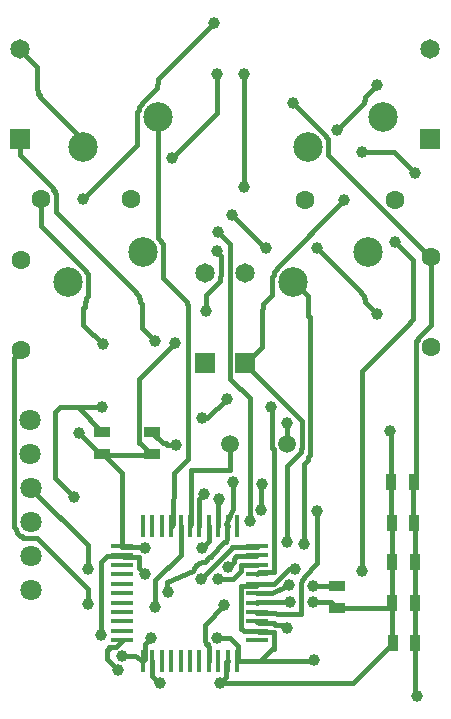
<source format=gtl>
G04 #@! TF.FileFunction,Copper,L1,Top,Signal*
%FSLAX46Y46*%
G04 Gerber Fmt 4.6, Leading zero omitted, Abs format (unit mm)*
G04 Created by KiCad (PCBNEW 4.0.2-stable) date Tuesday, August 23, 2016 'PMt' 01:57:14 PM*
%MOMM*%
G01*
G04 APERTURE LIST*
%ADD10C,0.020000*%
%ADD11R,1.397000X0.889000*%
%ADD12R,0.889000X1.397000*%
%ADD13O,0.406400X1.899920*%
%ADD14O,1.899920X0.406400*%
%ADD15C,1.600000*%
%ADD16C,1.501140*%
%ADD17C,2.499360*%
%ADD18C,1.651000*%
%ADD19R,1.651000X1.651000*%
%ADD20C,1.800000*%
%ADD21C,1.000000*%
%ADD22C,0.406400*%
G04 APERTURE END LIST*
D10*
D11*
X214096600Y-182029100D03*
X214096600Y-183934100D03*
X218338400Y-182054500D03*
X218338400Y-183959500D03*
X233984800Y-195084700D03*
X233984800Y-196989700D03*
D12*
X240499900Y-189763400D03*
X238594900Y-189763400D03*
X240525300Y-193116200D03*
X238620300Y-193116200D03*
X240550700Y-196545200D03*
X238645700Y-196545200D03*
X240576100Y-199948800D03*
X238671100Y-199948800D03*
X240449100Y-186283600D03*
X238544100Y-186283600D03*
D13*
X221513400Y-201422000D03*
X222313500Y-201422000D03*
X223113600Y-201422000D03*
X223913700Y-201422000D03*
X224713800Y-201422000D03*
X225513900Y-201422000D03*
X220713300Y-201422000D03*
X219913200Y-201422000D03*
X219113100Y-201422000D03*
X218313000Y-201422000D03*
X217512900Y-201422000D03*
X221513400Y-189992000D03*
X222313500Y-189992000D03*
X223113600Y-189992000D03*
X223913700Y-189992000D03*
X224713800Y-189992000D03*
X225513900Y-189992000D03*
X220713300Y-189992000D03*
X219913200Y-189992000D03*
X219113100Y-189992000D03*
X218313000Y-189992000D03*
X217512900Y-189992000D03*
D14*
X227228400Y-195707000D03*
X215798400Y-195707000D03*
X227228400Y-194906900D03*
X215798400Y-194906900D03*
X215798400Y-194106800D03*
X227228400Y-194106800D03*
X227228400Y-193306700D03*
X215798400Y-193306700D03*
X215798400Y-192506600D03*
X227228400Y-192506600D03*
X227228400Y-191706500D03*
X215798400Y-191706500D03*
X215798400Y-196507100D03*
X227228400Y-196507100D03*
X227228400Y-197307200D03*
X215798400Y-197307200D03*
X215798400Y-198107300D03*
X227228400Y-198107300D03*
X227228400Y-198907400D03*
X215798400Y-198907400D03*
X215798400Y-199707500D03*
X227228400Y-199707500D03*
D15*
X241909600Y-167233600D03*
X241909600Y-174853600D03*
D16*
X229745540Y-183108600D03*
X224863660Y-183108600D03*
D17*
X217525600Y-166801800D03*
X211175600Y-169341800D03*
X236575600Y-166801800D03*
X230225600Y-169341800D03*
X212445600Y-157911800D03*
X218795600Y-155371800D03*
X231495600Y-157911800D03*
X237845600Y-155371800D03*
D18*
X222808800Y-168605200D03*
D19*
X222808800Y-176225200D03*
D18*
X226187000Y-168605200D03*
D19*
X226187000Y-176225200D03*
D18*
X207162400Y-149682200D03*
D19*
X207162400Y-157302200D03*
D18*
X241858800Y-149682200D03*
D19*
X241858800Y-157302200D03*
D15*
X207238600Y-175133000D03*
X207238600Y-167513000D03*
X208889600Y-162306000D03*
X216509600Y-162306000D03*
X231267000Y-162407600D03*
X238887000Y-162407600D03*
D20*
X208013300Y-195440300D03*
X208013300Y-186829700D03*
X208013300Y-192570100D03*
X207987900Y-183959500D03*
X208013300Y-189699900D03*
X207987900Y-181089300D03*
D21*
X218567000Y-174371000D03*
X228346000Y-179984400D03*
X234569000Y-162433000D03*
X229743000Y-191389000D03*
X224409000Y-196723000D03*
X218541600Y-196900800D03*
X231140000Y-191516000D03*
X236067600Y-158394400D03*
X240538000Y-160147000D03*
X238429800Y-182016400D03*
X223774000Y-166751000D03*
X222885000Y-171831000D03*
X220218000Y-174498000D03*
X212090000Y-182118000D03*
X226060000Y-161290000D03*
X226060000Y-151765000D03*
X217678000Y-191897000D03*
X222504000Y-191897000D03*
X229946200Y-196469000D03*
X231902000Y-196469000D03*
X224028000Y-203327000D03*
X218948000Y-203327000D03*
X230403400Y-193675000D03*
X223977200Y-187706000D03*
X240741200Y-204419200D03*
X232029000Y-201371200D03*
X230251000Y-154178000D03*
X212852000Y-193675000D03*
X217678000Y-194056000D03*
X213995000Y-199263000D03*
X215773000Y-201041000D03*
X218186000Y-199517000D03*
X223774000Y-199517000D03*
X237363000Y-152654000D03*
X233934000Y-156464000D03*
X214096600Y-179959000D03*
X222554800Y-180924200D03*
X224612200Y-179273200D03*
X229692200Y-181305200D03*
X211709000Y-187553600D03*
X222681800Y-187350400D03*
X220345000Y-183134000D03*
X229920800Y-195046600D03*
X231902000Y-195072000D03*
X237363000Y-172085000D03*
X232283000Y-166497000D03*
X227965000Y-166497000D03*
X225044000Y-163703000D03*
X223901000Y-165100000D03*
X226568000Y-189611000D03*
X219633800Y-195630800D03*
X225171000Y-186283600D03*
X232283000Y-188722000D03*
X214122000Y-174625000D03*
X212852000Y-196596000D03*
X229743000Y-198628000D03*
X238887000Y-165989000D03*
X236093000Y-193802000D03*
X215392000Y-202184000D03*
X219964000Y-158877000D03*
X223774000Y-151765000D03*
X212471000Y-162306000D03*
X223520000Y-147447000D03*
X223850200Y-194538600D03*
X224764600Y-193497200D03*
X227558600Y-188645800D03*
X227584000Y-186436000D03*
X222453200Y-194513200D03*
D22*
X218567000Y-174371000D02*
X217424000Y-173228000D01*
X217424000Y-173228000D02*
X217424000Y-171196000D01*
X217424000Y-171196000D02*
X217297000Y-171069000D01*
X217297000Y-171069000D02*
X217297000Y-170815000D01*
X217297000Y-170815000D02*
X217170000Y-170688000D01*
X217170000Y-170688000D02*
X217170000Y-170561000D01*
X217170000Y-170561000D02*
X216916000Y-170307000D01*
X216916000Y-170307000D02*
X216916000Y-170180000D01*
X216916000Y-170180000D02*
X210185000Y-163449000D01*
X210185000Y-163449000D02*
X210185000Y-161925000D01*
X210185000Y-161925000D02*
X210058000Y-161798000D01*
X210058000Y-161798000D02*
X210058000Y-161671000D01*
X210058000Y-161671000D02*
X209931000Y-161544000D01*
X209931000Y-161544000D02*
X209931000Y-161417000D01*
X209931000Y-161417000D02*
X207137000Y-158623000D01*
X207137000Y-158623000D02*
X207137000Y-157353000D01*
X207137000Y-157353000D02*
X207162400Y-157302200D01*
X228346000Y-179984400D02*
X228473000Y-180111400D01*
X228473000Y-180111400D02*
X228473000Y-183388000D01*
X228473000Y-183388000D02*
X228600000Y-183515000D01*
X228600000Y-183515000D02*
X228600000Y-193929000D01*
X228600000Y-193929000D02*
X227330000Y-193929000D01*
X227330000Y-193929000D02*
X227203000Y-194056000D01*
X227203000Y-194056000D02*
X227228400Y-194106800D01*
X226187000Y-176225200D02*
X226187000Y-176276000D01*
X226187000Y-176276000D02*
X227584000Y-174879000D01*
X227584000Y-174879000D02*
X227584000Y-171704000D01*
X227584000Y-171704000D02*
X227711000Y-171577000D01*
X227711000Y-171577000D02*
X227711000Y-171196000D01*
X227711000Y-171196000D02*
X228473000Y-170434000D01*
X228473000Y-170434000D02*
X228473000Y-168910000D01*
X228473000Y-168910000D02*
X228600000Y-168783000D01*
X228600000Y-168783000D02*
X228600000Y-168529000D01*
X228600000Y-168529000D02*
X228854000Y-168275000D01*
X228854000Y-168275000D02*
X228854000Y-168148000D01*
X228854000Y-168148000D02*
X234569000Y-162433000D01*
X226187000Y-176225200D02*
X226187000Y-176276000D01*
X226187000Y-176276000D02*
X231013000Y-181102000D01*
X231013000Y-181102000D02*
X231013000Y-183388000D01*
X231013000Y-183388000D02*
X230886000Y-183515000D01*
X230886000Y-183515000D02*
X230886000Y-183769000D01*
X230886000Y-183769000D02*
X229743000Y-184912000D01*
X229743000Y-184912000D02*
X229743000Y-191389000D01*
X224409000Y-196723000D02*
X222758000Y-198374000D01*
X222758000Y-198374000D02*
X222758000Y-199771000D01*
X222758000Y-199771000D02*
X222885000Y-199898000D01*
X222885000Y-199898000D02*
X222885000Y-200025000D01*
X222885000Y-200025000D02*
X223012000Y-200025000D01*
X223012000Y-200025000D02*
X223012000Y-200152000D01*
X223012000Y-200152000D02*
X223139000Y-200279000D01*
X223139000Y-200279000D02*
X223139000Y-201422000D01*
X223139000Y-201422000D02*
X223113600Y-201422000D01*
X218541600Y-196900800D02*
X218541600Y-194640200D01*
X220726000Y-189992000D02*
X220726000Y-192455800D01*
X231140000Y-184785000D02*
X231140000Y-191516000D01*
X231521000Y-184404000D02*
X231140000Y-184785000D01*
X231521000Y-184150000D02*
X231521000Y-184404000D01*
X231648000Y-184023000D02*
X231521000Y-184150000D01*
X231648000Y-172339000D02*
X231648000Y-184023000D01*
X231521000Y-172212000D02*
X231648000Y-172339000D01*
X231521000Y-170561000D02*
X231521000Y-172212000D01*
X231521000Y-170561000D02*
X230251000Y-169291000D01*
X218541600Y-194640200D02*
X220726000Y-192455800D01*
X230225600Y-169341800D02*
X230251000Y-169291000D01*
X220726000Y-189992000D02*
X220713300Y-189992000D01*
X219913200Y-189992000D02*
X219964000Y-189992000D01*
X219964000Y-189992000D02*
X220091000Y-189865000D01*
X220091000Y-189865000D02*
X220167200Y-185521600D01*
X220167200Y-185521600D02*
X221361000Y-184327800D01*
X221361000Y-184327800D02*
X221361000Y-171323000D01*
X221361000Y-171323000D02*
X221234000Y-171196000D01*
X221234000Y-171196000D02*
X221234000Y-171069000D01*
X221234000Y-171069000D02*
X219202000Y-169037000D01*
X219202000Y-169037000D02*
X219202000Y-166116000D01*
X219202000Y-166116000D02*
X219075000Y-165989000D01*
X219075000Y-165989000D02*
X219075000Y-165862000D01*
X219075000Y-165862000D02*
X218821000Y-165608000D01*
X218821000Y-165608000D02*
X218821000Y-155321000D01*
X218821000Y-155321000D02*
X218795600Y-155371800D01*
X224028000Y-203327000D02*
X235292900Y-203327000D01*
X235292900Y-203327000D02*
X238671100Y-199948800D01*
X238544100Y-186283600D02*
X238544100Y-182130700D01*
X238785400Y-158394400D02*
X236067600Y-158394400D01*
X240538000Y-160147000D02*
X238785400Y-158394400D01*
X238544100Y-182130700D02*
X238429800Y-182016400D01*
X223774000Y-166751000D02*
X224155000Y-167132000D01*
X224155000Y-167132000D02*
X224155000Y-168783000D01*
X224155000Y-168783000D02*
X224028000Y-168910000D01*
X224028000Y-168910000D02*
X224028000Y-169291000D01*
X224028000Y-169291000D02*
X222885000Y-170434000D01*
X222885000Y-170434000D02*
X222885000Y-171831000D01*
X220218000Y-174498000D02*
X217170000Y-177546000D01*
X217170000Y-177546000D02*
X217170000Y-183007000D01*
X217170000Y-183007000D02*
X217297000Y-183007000D01*
X217297000Y-183007000D02*
X218313000Y-184023000D01*
X218313000Y-184023000D02*
X218338400Y-183959500D01*
X214096600Y-183934100D02*
X214122000Y-183896000D01*
X214122000Y-183896000D02*
X213868000Y-183896000D01*
X213868000Y-183896000D02*
X212090000Y-182118000D01*
X226060000Y-161290000D02*
X226060000Y-151765000D01*
X215798400Y-191706500D02*
X215773000Y-191770000D01*
X215773000Y-191770000D02*
X217551000Y-191770000D01*
X217551000Y-191770000D02*
X217678000Y-191897000D01*
X222504000Y-191897000D02*
X223139000Y-191262000D01*
X223139000Y-191262000D02*
X223139000Y-189992000D01*
X223139000Y-189992000D02*
X223113600Y-189992000D01*
X214096600Y-183934100D02*
X214122000Y-183896000D01*
X214122000Y-183896000D02*
X215773000Y-185547000D01*
X215773000Y-185547000D02*
X215773000Y-191770000D01*
X215773000Y-191770000D02*
X215798400Y-191706500D01*
X227228400Y-196507100D02*
X227203000Y-196469000D01*
X227203000Y-196469000D02*
X229946200Y-196469000D01*
X231902000Y-196469000D02*
X233426000Y-196469000D01*
X233426000Y-196469000D02*
X233934000Y-196977000D01*
X233934000Y-196977000D02*
X233984800Y-196989700D01*
X224713800Y-201422000D02*
X224663000Y-201422000D01*
X224663000Y-201422000D02*
X224536000Y-201549000D01*
X224536000Y-201549000D02*
X224536000Y-202819000D01*
X224536000Y-202819000D02*
X224028000Y-203327000D01*
X218948000Y-203327000D02*
X218313000Y-202692000D01*
X218313000Y-202692000D02*
X218313000Y-201422000D01*
X233984800Y-196989700D02*
X233934000Y-196977000D01*
X233934000Y-196977000D02*
X238252000Y-196977000D01*
X238252000Y-196977000D02*
X238633000Y-196596000D01*
X238633000Y-196596000D02*
X238645700Y-196545200D01*
X218338400Y-183959500D02*
X218313000Y-184023000D01*
X218313000Y-184023000D02*
X214249000Y-184023000D01*
X214249000Y-184023000D02*
X214122000Y-183896000D01*
X214122000Y-183896000D02*
X214096600Y-183934100D01*
X238594900Y-189763400D02*
X238633000Y-189738000D01*
X238633000Y-189738000D02*
X238506000Y-189611000D01*
X238506000Y-189611000D02*
X238506000Y-186309000D01*
X238506000Y-186309000D02*
X238544100Y-186283600D01*
X238620300Y-193116200D02*
X238633000Y-193167000D01*
X238633000Y-193167000D02*
X238633000Y-189738000D01*
X238633000Y-189738000D02*
X238594900Y-189763400D01*
X238645700Y-196545200D02*
X238633000Y-196596000D01*
X238633000Y-196596000D02*
X238633000Y-193167000D01*
X238633000Y-193167000D02*
X238620300Y-193116200D01*
X238645700Y-196545200D02*
X238633000Y-196596000D01*
X238633000Y-196596000D02*
X238633000Y-199898000D01*
X238633000Y-199898000D02*
X238671100Y-199948800D01*
X230403400Y-193675000D02*
X229870000Y-193675000D01*
X228638100Y-194906900D02*
X227228400Y-194906900D01*
X229870000Y-193675000D02*
X228638100Y-194906900D01*
X223913700Y-189992000D02*
X223913700Y-188556900D01*
X230403400Y-193675000D02*
X230378000Y-193675000D01*
X223913700Y-188556900D02*
X223977200Y-187706000D01*
X225513900Y-201422000D02*
X231978200Y-201422000D01*
X240576100Y-204254100D02*
X240576100Y-199948800D01*
X240741200Y-204419200D02*
X240576100Y-204254100D01*
X231978200Y-201422000D02*
X232029000Y-201371200D01*
X241909600Y-167233600D02*
X241935000Y-167259000D01*
X241935000Y-167259000D02*
X241808000Y-167259000D01*
X241808000Y-167259000D02*
X233172000Y-158623000D01*
X233172000Y-158623000D02*
X233172000Y-157226000D01*
X233172000Y-157226000D02*
X233045000Y-157099000D01*
X233045000Y-157099000D02*
X233045000Y-156972000D01*
X233045000Y-156972000D02*
X230251000Y-154178000D01*
X208013300Y-186829700D02*
X208153000Y-186944000D01*
X208153000Y-186944000D02*
X212852000Y-191643000D01*
X212852000Y-191643000D02*
X212852000Y-193675000D01*
X217678000Y-194056000D02*
X217170000Y-193548000D01*
X217170000Y-193548000D02*
X217170000Y-192659000D01*
X217170000Y-192659000D02*
X215900000Y-192659000D01*
X215900000Y-192659000D02*
X215773000Y-192532000D01*
X215773000Y-192532000D02*
X215798400Y-192506600D01*
X240449100Y-186283600D02*
X240411000Y-186309000D01*
X240411000Y-186309000D02*
X240665000Y-186055000D01*
X240665000Y-186055000D02*
X240665000Y-174371000D01*
X240665000Y-174371000D02*
X240792000Y-174244000D01*
X240792000Y-174244000D02*
X240792000Y-174117000D01*
X240792000Y-174117000D02*
X241935000Y-172974000D01*
X241935000Y-172974000D02*
X241935000Y-167259000D01*
X241935000Y-167259000D02*
X241909600Y-167233600D01*
X215798400Y-192506600D02*
X215773000Y-192532000D01*
X215773000Y-192532000D02*
X214503000Y-192532000D01*
X214503000Y-192532000D02*
X213995000Y-193040000D01*
X213995000Y-193040000D02*
X213995000Y-199263000D01*
X215773000Y-201041000D02*
X216839800Y-201041000D01*
X216839800Y-201041000D02*
X217551000Y-201422000D01*
X217551000Y-201422000D02*
X217512900Y-201422000D01*
X225513900Y-201422000D02*
X227457000Y-201422000D01*
X227457000Y-201422000D02*
X228473000Y-200406000D01*
X228473000Y-200406000D02*
X228600000Y-200406000D01*
X228600000Y-200406000D02*
X228600000Y-199009000D01*
X228600000Y-199009000D02*
X227330000Y-199009000D01*
X227330000Y-199009000D02*
X227228400Y-198907400D01*
X217512900Y-201422000D02*
X217551000Y-201422000D01*
X217551000Y-201422000D02*
X217678000Y-201295000D01*
X217678000Y-201295000D02*
X217678000Y-200025000D01*
X217678000Y-200025000D02*
X218186000Y-199517000D01*
X223774000Y-199517000D02*
X224917000Y-199517000D01*
X224917000Y-199517000D02*
X225552000Y-200152000D01*
X225552000Y-200152000D02*
X225552000Y-201422000D01*
X225552000Y-201422000D02*
X225513900Y-201422000D01*
X227228400Y-198907400D02*
X227203000Y-198882000D01*
X227203000Y-198882000D02*
X226060000Y-198882000D01*
X226060000Y-198882000D02*
X225933000Y-198755000D01*
X225933000Y-198755000D02*
X225806000Y-198755000D01*
X225806000Y-198755000D02*
X225806000Y-195072000D01*
X225806000Y-195072000D02*
X227076000Y-195072000D01*
X227076000Y-195072000D02*
X227203000Y-194945000D01*
X227203000Y-194945000D02*
X227228400Y-194906900D01*
X240499900Y-189763400D02*
X240538000Y-189738000D01*
X240538000Y-189738000D02*
X240411000Y-189611000D01*
X240411000Y-189611000D02*
X240411000Y-186309000D01*
X240411000Y-186309000D02*
X240449100Y-186283600D01*
X240525300Y-193116200D02*
X240538000Y-193167000D01*
X240538000Y-193167000D02*
X240538000Y-189738000D01*
X240538000Y-189738000D02*
X240499900Y-189763400D01*
X240550700Y-196545200D02*
X240538000Y-196596000D01*
X240538000Y-196596000D02*
X240538000Y-193167000D01*
X240538000Y-193167000D02*
X240525300Y-193116200D01*
X240576100Y-199948800D02*
X240538000Y-199898000D01*
X240538000Y-199898000D02*
X240538000Y-196596000D01*
X240538000Y-196596000D02*
X240550700Y-196545200D01*
X207162400Y-149682200D02*
X207137000Y-149733000D01*
X207137000Y-149733000D02*
X208534000Y-151130000D01*
X208534000Y-151130000D02*
X208534000Y-153035000D01*
X208534000Y-153035000D02*
X208661000Y-153162000D01*
X208661000Y-153162000D02*
X208661000Y-153416000D01*
X208661000Y-153416000D02*
X208788000Y-153543000D01*
X208788000Y-153543000D02*
X208788000Y-153670000D01*
X208788000Y-153670000D02*
X212471000Y-157353000D01*
X212471000Y-157353000D02*
X212471000Y-157861000D01*
X212471000Y-157861000D02*
X212445600Y-157911800D01*
X237363000Y-152654000D02*
X236347000Y-153670000D01*
X236347000Y-153670000D02*
X236347000Y-153924000D01*
X236347000Y-153924000D02*
X236220000Y-154051000D01*
X236220000Y-154051000D02*
X236220000Y-154178000D01*
X236220000Y-154178000D02*
X233934000Y-156464000D01*
X229745540Y-183108600D02*
X229745540Y-181358540D01*
X214071200Y-179933600D02*
X212001100Y-179933600D01*
X214096600Y-179959000D02*
X214071200Y-179933600D01*
X222961200Y-180924200D02*
X222554800Y-180924200D01*
X224612200Y-179273200D02*
X222961200Y-180924200D01*
X229745540Y-181358540D02*
X229692200Y-181305200D01*
X212001100Y-179933600D02*
X214096600Y-182029100D01*
X210540600Y-179933600D02*
X212001100Y-179933600D01*
X210083400Y-180390800D02*
X210540600Y-179933600D01*
X210083400Y-185928000D02*
X210083400Y-180390800D01*
X211709000Y-187553600D02*
X210083400Y-185928000D01*
X222313500Y-187718700D02*
X222681800Y-187350400D01*
X222313500Y-189992000D02*
X222313500Y-187718700D01*
X221513400Y-189992000D02*
X221488000Y-189992000D01*
X221488000Y-189992000D02*
X221615000Y-189865000D01*
X221615000Y-189865000D02*
X221615000Y-185293000D01*
X221615000Y-185293000D02*
X224917000Y-185293000D01*
X224917000Y-185293000D02*
X224917000Y-183134000D01*
X224917000Y-183134000D02*
X224863660Y-183108600D01*
X220345000Y-183134000D02*
X219583000Y-183134000D01*
X219583000Y-183134000D02*
X219456000Y-183007000D01*
X219456000Y-183007000D02*
X219202000Y-183007000D01*
X219202000Y-183007000D02*
X218313000Y-182118000D01*
X218313000Y-182118000D02*
X218338400Y-182054500D01*
X227228400Y-195707000D02*
X228473000Y-195707000D01*
X228473000Y-195707000D02*
X229920800Y-195046600D01*
X231902000Y-195072000D02*
X233934000Y-195072000D01*
X233934000Y-195072000D02*
X233984800Y-195084700D01*
X237363000Y-172085000D02*
X236347000Y-171069000D01*
X236347000Y-171069000D02*
X236347000Y-170815000D01*
X236347000Y-170815000D02*
X236220000Y-170688000D01*
X236220000Y-170688000D02*
X236220000Y-170561000D01*
X236220000Y-170561000D02*
X235966000Y-170307000D01*
X235966000Y-170307000D02*
X235966000Y-170180000D01*
X235966000Y-170180000D02*
X232283000Y-166497000D01*
X227965000Y-166497000D02*
X227838000Y-166497000D01*
X227838000Y-166497000D02*
X225044000Y-163703000D01*
X223901000Y-165100000D02*
X224917000Y-166116000D01*
X224917000Y-166116000D02*
X224917000Y-177546000D01*
X224917000Y-177546000D02*
X226568000Y-179197000D01*
X226568000Y-179197000D02*
X226568000Y-189611000D01*
X219633800Y-195630800D02*
X219506800Y-195630800D01*
X219506800Y-195630800D02*
X219557600Y-194741800D01*
X219557600Y-194741800D02*
X221742000Y-193802000D01*
X221742000Y-193802000D02*
X221869000Y-193675000D01*
X221869000Y-193675000D02*
X221869000Y-193548000D01*
X221869000Y-193548000D02*
X221996000Y-193421000D01*
X221996000Y-193421000D02*
X221996000Y-193294000D01*
X221996000Y-193294000D02*
X222123000Y-193294000D01*
X222123000Y-193294000D02*
X222250000Y-193167000D01*
X222250000Y-193167000D02*
X222377000Y-193167000D01*
X222377000Y-193167000D02*
X222504000Y-193040000D01*
X222504000Y-193040000D02*
X222758000Y-193040000D01*
X222758000Y-193040000D02*
X223139000Y-192659000D01*
X223139000Y-192659000D02*
X223266000Y-192659000D01*
X223266000Y-192659000D02*
X223266000Y-192532000D01*
X223266000Y-192532000D02*
X224409000Y-191389000D01*
X224409000Y-191389000D02*
X224536000Y-191389000D01*
X224536000Y-191389000D02*
X224536000Y-191262000D01*
X224536000Y-191262000D02*
X224663000Y-191135000D01*
X224663000Y-191135000D02*
X224663000Y-189992000D01*
X224663000Y-189992000D02*
X224713800Y-189992000D01*
X224713800Y-189992000D02*
X224663000Y-189992000D01*
X224663000Y-189992000D02*
X224536000Y-189865000D01*
X224536000Y-189865000D02*
X225120200Y-188595000D01*
X225120200Y-188595000D02*
X225171000Y-186283600D01*
X227228400Y-197307200D02*
X227203000Y-197358000D01*
X227203000Y-197358000D02*
X228727000Y-197358000D01*
X228727000Y-197358000D02*
X228854000Y-197485000D01*
X228854000Y-197485000D02*
X230911400Y-197485000D01*
X230911400Y-197485000D02*
X230886000Y-196215000D01*
X230886000Y-196215000D02*
X230886000Y-194818000D01*
X230886000Y-194818000D02*
X231013000Y-194691000D01*
X231013000Y-194691000D02*
X231013000Y-194564000D01*
X231013000Y-194564000D02*
X231140000Y-194437000D01*
X231140000Y-194437000D02*
X231140000Y-194310000D01*
X231140000Y-194310000D02*
X232283000Y-193167000D01*
X232283000Y-193167000D02*
X232283000Y-188722000D01*
X214122000Y-174625000D02*
X212471000Y-172974000D01*
X212471000Y-172974000D02*
X212471000Y-171577000D01*
X212471000Y-171577000D02*
X212598000Y-171450000D01*
X212598000Y-171450000D02*
X212598000Y-171069000D01*
X212598000Y-171069000D02*
X212725000Y-170942000D01*
X212725000Y-170942000D02*
X212725000Y-170688000D01*
X212725000Y-170688000D02*
X212852000Y-170561000D01*
X212852000Y-170561000D02*
X212852000Y-168656000D01*
X212852000Y-168656000D02*
X212725000Y-168529000D01*
X212725000Y-168529000D02*
X212725000Y-168402000D01*
X212725000Y-168402000D02*
X208915000Y-164592000D01*
X208915000Y-164592000D02*
X208915000Y-162306000D01*
X208915000Y-162306000D02*
X208889600Y-162306000D01*
X207238600Y-175133000D02*
X207264000Y-175133000D01*
X207264000Y-175133000D02*
X206629000Y-175768000D01*
X206629000Y-175768000D02*
X206629000Y-190119000D01*
X206629000Y-190119000D02*
X206756000Y-190246000D01*
X206756000Y-190246000D02*
X206756000Y-190373000D01*
X206756000Y-190373000D02*
X206883000Y-190500000D01*
X206883000Y-190500000D02*
X206883000Y-190627000D01*
X206883000Y-190627000D02*
X207137000Y-190881000D01*
X207137000Y-190881000D02*
X207264000Y-190881000D01*
X207264000Y-190881000D02*
X207391000Y-191008000D01*
X207391000Y-191008000D02*
X208534000Y-191008000D01*
X208534000Y-191008000D02*
X212852000Y-195326000D01*
X212852000Y-195326000D02*
X212852000Y-196596000D01*
X229743000Y-198628000D02*
X229489000Y-198628000D01*
X229489000Y-198628000D02*
X229235000Y-198374000D01*
X229235000Y-198374000D02*
X228727000Y-198374000D01*
X228727000Y-198374000D02*
X228600000Y-198247000D01*
X228600000Y-198247000D02*
X227330000Y-198247000D01*
X227330000Y-198247000D02*
X227203000Y-198120000D01*
X227203000Y-198120000D02*
X227228400Y-198107300D01*
X238887000Y-165989000D02*
X240411000Y-167513000D01*
X240411000Y-167513000D02*
X240411000Y-172466000D01*
X240411000Y-172466000D02*
X240157000Y-172720000D01*
X240157000Y-172720000D02*
X240157000Y-172847000D01*
X240157000Y-172847000D02*
X236093000Y-176911000D01*
X236093000Y-176911000D02*
X236093000Y-193802000D01*
X215392000Y-202184000D02*
X214503000Y-201295000D01*
X214503000Y-201295000D02*
X214503000Y-200533000D01*
X214503000Y-200533000D02*
X214630000Y-200406000D01*
X214630000Y-200406000D02*
X214630000Y-200279000D01*
X214630000Y-200279000D02*
X215265000Y-200279000D01*
X215265000Y-200279000D02*
X215773000Y-199771000D01*
X215773000Y-199771000D02*
X215798400Y-199707500D01*
X219964000Y-158877000D02*
X223774000Y-155067000D01*
X223774000Y-155067000D02*
X223774000Y-151765000D01*
X212471000Y-162306000D02*
X217043000Y-157734000D01*
X217043000Y-157734000D02*
X217043000Y-154940000D01*
X217043000Y-154940000D02*
X217170000Y-154813000D01*
X217170000Y-154813000D02*
X217170000Y-154559000D01*
X217170000Y-154559000D02*
X217424000Y-154305000D01*
X217424000Y-154305000D02*
X217424000Y-154178000D01*
X217424000Y-154178000D02*
X218694000Y-152908000D01*
X218694000Y-152908000D02*
X218694000Y-152654000D01*
X218694000Y-152654000D02*
X218821000Y-152527000D01*
X218821000Y-152527000D02*
X218821000Y-152146000D01*
X218821000Y-152146000D02*
X223520000Y-147447000D01*
X223850200Y-194538600D02*
X225145600Y-194538600D01*
X227203000Y-193294000D02*
X225806000Y-193294000D01*
X225806000Y-193878200D02*
X225806000Y-193294000D01*
X225145600Y-194538600D02*
X225806000Y-193878200D01*
X227228400Y-193306700D02*
X227203000Y-193294000D01*
X225450400Y-192608200D02*
X227126800Y-192608200D01*
X225221800Y-192836800D02*
X225450400Y-192608200D01*
X225221800Y-193040000D02*
X225221800Y-192836800D01*
X224764600Y-193497200D02*
X225221800Y-193040000D01*
X227558600Y-186461400D02*
X227558600Y-188645800D01*
X227584000Y-186436000D02*
X227558600Y-186461400D01*
X227126800Y-192608200D02*
X227228400Y-192506600D01*
X225069400Y-191795400D02*
X225069400Y-191897000D01*
X225069400Y-191795400D02*
X227203000Y-191770000D01*
X225069400Y-191897000D02*
X222453200Y-194513200D01*
X227228400Y-191706500D02*
X227203000Y-191770000D01*
M02*

</source>
